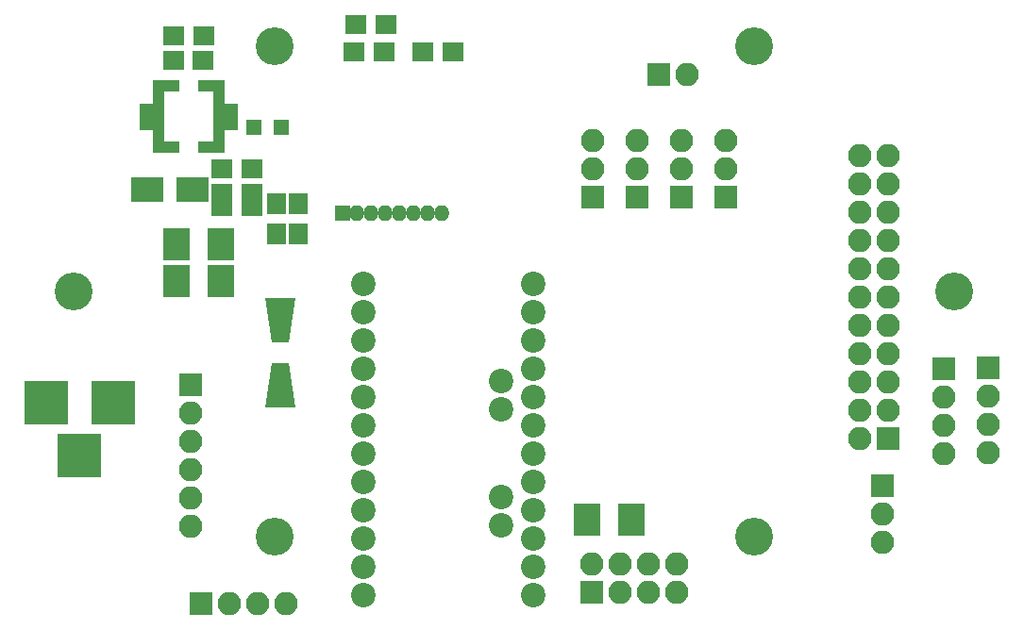
<source format=gbs>
G04 #@! TF.FileFunction,Soldermask,Bot*
%FSLAX46Y46*%
G04 Gerber Fmt 4.6, Leading zero omitted, Abs format (unit mm)*
G04 Created by KiCad (PCBNEW 4.0.5) date 2017 June 13, Tuesday 16:43:51*
%MOMM*%
%LPD*%
G01*
G04 APERTURE LIST*
%ADD10C,0.100000*%
%ADD11C,2.200000*%
%ADD12R,2.100000X2.100000*%
%ADD13O,2.100000X2.100000*%
%ADD14C,3.400000*%
%ADD15R,2.400000X2.900000*%
%ADD16R,1.900000X1.700000*%
%ADD17R,3.900000X3.900000*%
%ADD18R,2.900000X2.200000*%
%ADD19R,1.400000X1.400000*%
%ADD20R,0.975000X6.400000*%
%ADD21R,2.400000X0.975000*%
%ADD22R,1.900000X2.400000*%
%ADD23R,1.700000X1.900000*%
%ADD24R,1.960000X1.050000*%
%ADD25O,1.400000X1.400000*%
G04 APERTURE END LIST*
D10*
D11*
X69819000Y-73477000D03*
X69819000Y-76017000D03*
X69819000Y-65603000D03*
X69819000Y-63063000D03*
X72740000Y-82240000D03*
X72740000Y-79700000D03*
X72740000Y-74620000D03*
X72740000Y-77160000D03*
X72740000Y-67000000D03*
X72740000Y-64460000D03*
X72740000Y-69540000D03*
X72740000Y-72080000D03*
X72740000Y-61920000D03*
X72740000Y-59380000D03*
X72740000Y-54300000D03*
X72740000Y-56840000D03*
X57500000Y-56840000D03*
X57500000Y-54300000D03*
X57500000Y-59380000D03*
X57500000Y-61920000D03*
X57500000Y-72080000D03*
X57500000Y-69540000D03*
X57500000Y-64460000D03*
X57500000Y-67000000D03*
X57500000Y-77160000D03*
X57500000Y-74620000D03*
X57500000Y-79700000D03*
X57500000Y-82240000D03*
D12*
X78000000Y-46500000D03*
D13*
X78000000Y-43960000D03*
X78000000Y-41420000D03*
D14*
X49500000Y-77000000D03*
X110500000Y-55000000D03*
D15*
X77500000Y-75500000D03*
X81500000Y-75500000D03*
X44700000Y-50750000D03*
X40700000Y-50750000D03*
X44700000Y-54050000D03*
X40700000Y-54050000D03*
D16*
X47500000Y-44000000D03*
X44800000Y-44000000D03*
X43150000Y-32100000D03*
X40450000Y-32100000D03*
X43100000Y-34250000D03*
X40400000Y-34250000D03*
D17*
X35000000Y-65000000D03*
X29000000Y-65000000D03*
X32000000Y-69700000D03*
D10*
G36*
X51350000Y-65400000D02*
X48650000Y-65400000D01*
X49250000Y-61400000D01*
X50750000Y-61400000D01*
X51350000Y-65400000D01*
X51350000Y-65400000D01*
G37*
G36*
X48650000Y-55600000D02*
X51350000Y-55600000D01*
X50750000Y-59600000D01*
X49250000Y-59600000D01*
X48650000Y-55600000D01*
X48650000Y-55600000D01*
G37*
D18*
X42100000Y-45850000D03*
X38100000Y-45850000D03*
D19*
X47600000Y-40250000D03*
X50100000Y-40250000D03*
D12*
X83960000Y-35500000D03*
D13*
X86500000Y-35500000D03*
D20*
X44512500Y-39300000D03*
X39087500Y-39300000D03*
D21*
X43800000Y-42012500D03*
X43800000Y-36587500D03*
X39800000Y-36587500D03*
X39800000Y-42012500D03*
D22*
X38300000Y-39300000D03*
X45300000Y-39300000D03*
D12*
X77920000Y-82000000D03*
D13*
X77920000Y-79460000D03*
X80460000Y-82000000D03*
X80460000Y-79460000D03*
X83000000Y-82000000D03*
X83000000Y-79460000D03*
X85540000Y-82000000D03*
X85540000Y-79460000D03*
D12*
X42920000Y-83000000D03*
D13*
X45460000Y-83000000D03*
X48000000Y-83000000D03*
X50540000Y-83000000D03*
D12*
X113500000Y-61880000D03*
D13*
X113500000Y-64420000D03*
X113500000Y-66960000D03*
X113500000Y-69500000D03*
D12*
X109500000Y-61920000D03*
D13*
X109500000Y-64460000D03*
X109500000Y-67000000D03*
X109500000Y-69540000D03*
D12*
X104500000Y-68200000D03*
D13*
X101960000Y-68200000D03*
X104500000Y-65660000D03*
X101960000Y-65660000D03*
X104500000Y-63120000D03*
X101960000Y-63120000D03*
X104500000Y-60580000D03*
X101960000Y-60580000D03*
X104500000Y-58040000D03*
X101960000Y-58040000D03*
X104500000Y-55500000D03*
X101960000Y-55500000D03*
X104500000Y-52960000D03*
X101960000Y-52960000D03*
X104500000Y-50420000D03*
X101960000Y-50420000D03*
X104500000Y-47880000D03*
X101960000Y-47880000D03*
X104500000Y-45340000D03*
X101960000Y-45340000D03*
X104500000Y-42800000D03*
X101960000Y-42800000D03*
D12*
X42000000Y-63380000D03*
D13*
X42000000Y-65920000D03*
X42000000Y-68460000D03*
X42000000Y-71000000D03*
X42000000Y-73540000D03*
X42000000Y-76080000D03*
D23*
X51600000Y-47100000D03*
X51600000Y-49800000D03*
X49700000Y-49800000D03*
X49700000Y-47100000D03*
D16*
X56800000Y-31000000D03*
X59500000Y-31000000D03*
X62800000Y-33500000D03*
X65500000Y-33500000D03*
X56650000Y-33500000D03*
X59350000Y-33500000D03*
D14*
X92500000Y-77000000D03*
X92500000Y-33000000D03*
X31500000Y-55000000D03*
X49500000Y-33000000D03*
D24*
X47500000Y-45850000D03*
X47500000Y-46800000D03*
X47500000Y-47750000D03*
X44800000Y-47750000D03*
X44800000Y-45850000D03*
X44800000Y-46800000D03*
D19*
X55610000Y-48000000D03*
D25*
X56880000Y-48000000D03*
X58150000Y-48000000D03*
X59420000Y-48000000D03*
X60690000Y-48000000D03*
X61960000Y-48000000D03*
X63230000Y-48000000D03*
X64500000Y-48000000D03*
D12*
X86000000Y-46500000D03*
D13*
X86000000Y-43960000D03*
X86000000Y-41420000D03*
D12*
X82000000Y-46500000D03*
D13*
X82000000Y-43960000D03*
X82000000Y-41420000D03*
D12*
X90000000Y-46500000D03*
D13*
X90000000Y-43960000D03*
X90000000Y-41420000D03*
D12*
X104000000Y-72420000D03*
D13*
X104000000Y-74960000D03*
X104000000Y-77500000D03*
M02*

</source>
